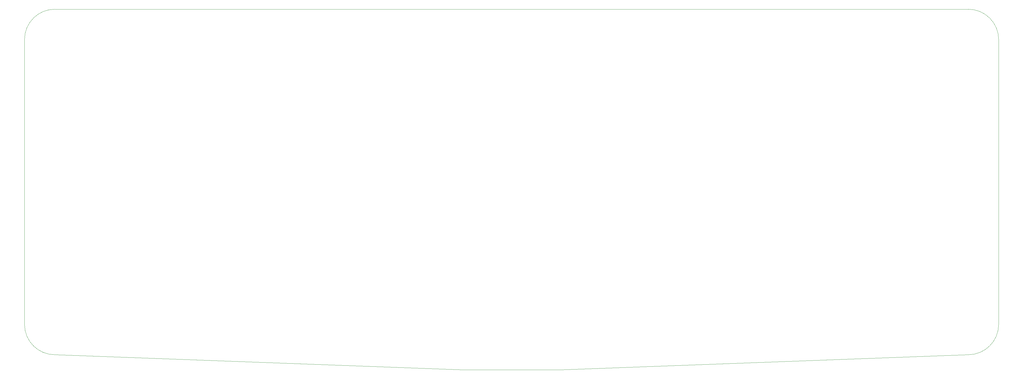
<source format=gm1>
%TF.GenerationSoftware,KiCad,Pcbnew,(6.0.11-0)*%
%TF.CreationDate,2023-07-18T22:13:56+01:00*%
%TF.ProjectId,ltbs-base,6c746273-2d62-4617-9365-2e6b69636164,0.3*%
%TF.SameCoordinates,Original*%
%TF.FileFunction,Profile,NP*%
%FSLAX46Y46*%
G04 Gerber Fmt 4.6, Leading zero omitted, Abs format (unit mm)*
G04 Created by KiCad (PCBNEW (6.0.11-0)) date 2023-07-18 22:13:56*
%MOMM*%
%LPD*%
G01*
G04 APERTURE LIST*
%TA.AperFunction,Profile*%
%ADD10C,0.100000*%
%TD*%
G04 APERTURE END LIST*
D10*
X333000000Y-136400000D02*
G75*
G03*
X343000000Y-126400000I0J10000000D01*
G01*
X333000000Y-22400000D02*
X31800000Y-22400000D01*
X166354465Y-141384442D02*
X198445535Y-141384442D01*
X198445535Y-141384442D02*
X333000000Y-136400000D01*
X21800000Y-126400000D02*
G75*
G03*
X31800000Y-136400000I10000000J0D01*
G01*
X343000000Y-32400000D02*
G75*
G03*
X333000000Y-22400000I-10000000J0D01*
G01*
X31800000Y-22400000D02*
G75*
G03*
X21800000Y-32400000I0J-10000000D01*
G01*
X21800000Y-32400000D02*
X21800000Y-126400000D01*
X31800000Y-136400000D02*
X166354465Y-141384442D01*
X343000000Y-32400000D02*
X343000000Y-126400000D01*
M02*

</source>
